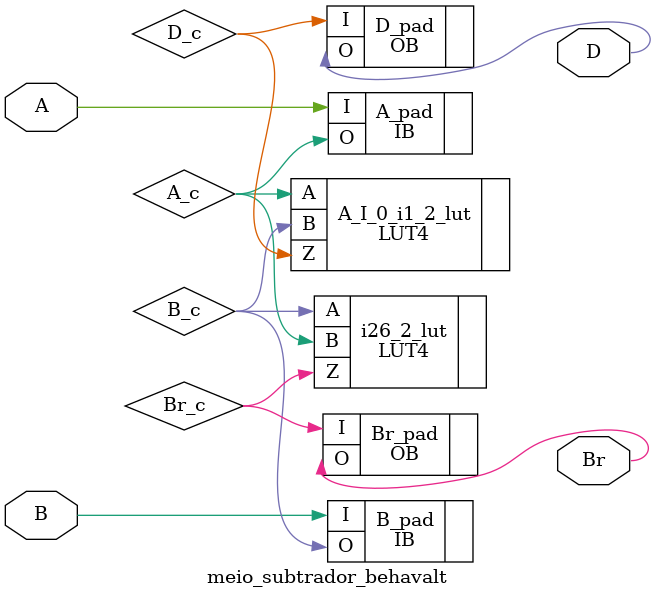
<source format=v>

module meio_subtrador_behavalt (A, B, D, Br) /* synthesis syn_module_defined=1 */ ;   // d:/rtl_fpga/verilog/aula22_subtrator/meio_subtrador_alt.v(1[8:31])
    input A;   // d:/rtl_fpga/verilog/aula22_subtrator/meio_subtrador_alt.v(2[7:8])
    input B;   // d:/rtl_fpga/verilog/aula22_subtrator/meio_subtrador_alt.v(3[7:8])
    output D;   // d:/rtl_fpga/verilog/aula22_subtrator/meio_subtrador_alt.v(4[12:13])
    output Br;   // d:/rtl_fpga/verilog/aula22_subtrator/meio_subtrador_alt.v(5[12:14])
    
    
    wire GND_net, VCC_net, A_c, B_c, D_c, Br_c;
    
    VHI i25 (.Z(VCC_net));
    LUT4 A_I_0_i1_2_lut (.A(A_c), .B(B_c), .Z(D_c)) /* synthesis lut_function=(!(A (B)+!A !(B))) */ ;   // d:/rtl_fpga/verilog/aula22_subtrator/meio_subtrador_alt.v(11[6:9])
    defparam A_I_0_i1_2_lut.init = 16'h6666;
    OB D_pad (.I(D_c), .O(D));   // d:/rtl_fpga/verilog/aula22_subtrator/meio_subtrador_alt.v(4[12:13])
    IB A_pad (.I(A), .O(A_c));   // d:/rtl_fpga/verilog/aula22_subtrator/meio_subtrador_alt.v(2[7:8])
    LUT4 i26_2_lut (.A(B_c), .B(A_c), .Z(Br_c)) /* synthesis lut_function=(!((B)+!A)) */ ;   // d:/rtl_fpga/verilog/aula22_subtrator/meio_subtrador_alt.v(11[6:9])
    defparam i26_2_lut.init = 16'h2222;
    PUR PUR_INST (.PUR(VCC_net));
    defparam PUR_INST.RST_PULSE = 1;
    IB B_pad (.I(B), .O(B_c));   // d:/rtl_fpga/verilog/aula22_subtrator/meio_subtrador_alt.v(3[7:8])
    VLO i32 (.Z(GND_net));
    OB Br_pad (.I(Br_c), .O(Br));   // d:/rtl_fpga/verilog/aula22_subtrator/meio_subtrador_alt.v(5[12:14])
    GSR GSR_INST (.GSR(VCC_net));
    
endmodule
//
// Verilog Description of module PUR
// module not written out since it is a black-box. 
//


</source>
